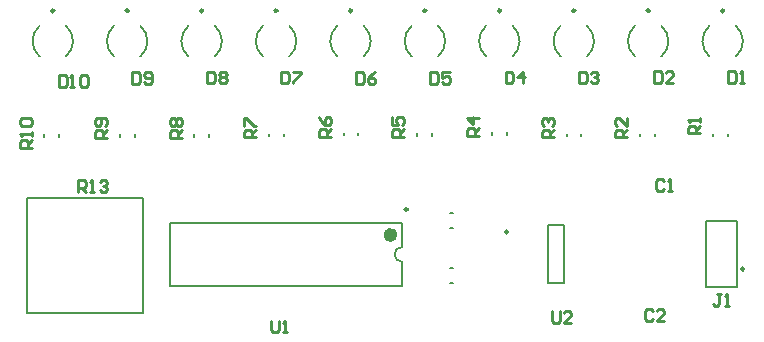
<source format=gbr>
G04*
G04 #@! TF.GenerationSoftware,Altium Limited,Altium Designer,24.1.2 (44)*
G04*
G04 Layer_Color=65535*
%FSLAX44Y44*%
%MOMM*%
G71*
G04*
G04 #@! TF.SameCoordinates,BD343A0D-4BD6-4D64-9A7B-49F0AB29FDDA*
G04*
G04*
G04 #@! TF.FilePolarity,Positive*
G04*
G01*
G75*
%ADD10C,0.2500*%
%ADD11C,0.2000*%
%ADD12C,0.6000*%
%ADD13C,0.2540*%
D10*
X637232Y64770D02*
G03*
X637232Y64770I-1250J0D01*
G01*
X620248Y283306D02*
G03*
X620248Y283306I-1250J0D01*
G01*
X557228D02*
G03*
X557228Y283306I-1250J0D01*
G01*
X494207D02*
G03*
X494207Y283306I-1250J0D01*
G01*
X431187D02*
G03*
X431187Y283306I-1250J0D01*
G01*
X368167D02*
G03*
X368167Y283306I-1250J0D01*
G01*
X352324Y115062D02*
G03*
X352324Y115062I-1250J0D01*
G01*
X437296Y96012D02*
G03*
X437296Y96012I-1250J0D01*
G01*
X305147Y283306D02*
G03*
X305147Y283306I-1250J0D01*
G01*
X242127D02*
G03*
X242127Y283306I-1250J0D01*
G01*
X179106D02*
G03*
X179106Y283306I-1250J0D01*
G01*
X116086D02*
G03*
X116086Y283306I-1250J0D01*
G01*
X53066D02*
G03*
X53066Y283306I-1250J0D01*
G01*
D11*
X607798Y270556D02*
G03*
X607798Y244556I11186J-13000D01*
G01*
X630198D02*
G03*
X630198Y270556I-11186J13000D01*
G01*
X544778D02*
G03*
X544778Y244556I11186J-13000D01*
G01*
X567178D02*
G03*
X567178Y270556I-11186J13000D01*
G01*
X481758D02*
G03*
X481758Y244556I11186J-13000D01*
G01*
X504157D02*
G03*
X504157Y270556I-11186J13000D01*
G01*
X418737D02*
G03*
X418737Y244556I11186J-13000D01*
G01*
X441137D02*
G03*
X441137Y270556I-11186J13000D01*
G01*
X355717D02*
G03*
X355717Y244556I11186J-13000D01*
G01*
X378117D02*
G03*
X378117Y270556I-11186J13000D01*
G01*
X347674Y83312D02*
G03*
X347674Y70612I0J-6350D01*
G01*
X292697Y270556D02*
G03*
X292697Y244556I11186J-13000D01*
G01*
X315097D02*
G03*
X315097Y270556I-11186J13000D01*
G01*
X229677D02*
G03*
X229677Y244556I11186J-13000D01*
G01*
X252077D02*
G03*
X252077Y270556I-11186J13000D01*
G01*
X166656D02*
G03*
X166656Y244556I11186J-13000D01*
G01*
X189056D02*
G03*
X189056Y270556I-11186J13000D01*
G01*
X103636D02*
G03*
X103636Y244556I11186J-13000D01*
G01*
X126036D02*
G03*
X126036Y270556I-11186J13000D01*
G01*
X40616D02*
G03*
X40616Y244556I11186J-13000D01*
G01*
X63016D02*
G03*
X63016Y270556I-11186J13000D01*
G01*
X604782Y49570D02*
X631182D01*
Y105370D01*
X604782D02*
X631182D01*
X604782Y49570D02*
Y105370D01*
X30094Y124996D02*
X127894D01*
Y27196D02*
Y124996D01*
X30094Y27196D02*
X127894D01*
X30094D02*
Y124996D01*
X623470Y177308D02*
Y179308D01*
X610970Y177308D02*
Y179308D01*
X561437Y177308D02*
Y179308D01*
X548938Y177308D02*
Y179308D01*
X499405Y177308D02*
Y179308D01*
X486905Y177308D02*
Y179308D01*
X436272Y178324D02*
Y180324D01*
X423772Y178324D02*
Y180324D01*
X388288Y65432D02*
X390288D01*
X388288Y52932D02*
X390288D01*
X372772Y177562D02*
Y179562D01*
X360272Y177562D02*
Y179562D01*
X388288Y112176D02*
X390288D01*
X388288Y99676D02*
X390288D01*
X150674Y50462D02*
Y103462D01*
X347674Y50462D02*
Y70612D01*
Y83312D02*
Y103462D01*
X150674Y50462D02*
X347674D01*
X150674Y103462D02*
X347674D01*
X471238Y52437D02*
Y101487D01*
Y52437D02*
X484818D01*
Y101487D01*
X471238D02*
X484818D01*
X310542Y178070D02*
Y180070D01*
X298042Y178070D02*
Y180070D01*
X247550Y177308D02*
Y179308D01*
X235050Y177308D02*
Y179308D01*
X184304Y176800D02*
Y178800D01*
X171804Y176800D02*
Y178800D01*
X121312Y176800D02*
Y178800D01*
X108812Y176800D02*
Y178800D01*
X57304Y176800D02*
Y178800D01*
X44804Y176800D02*
Y178800D01*
D12*
X340674Y93462D02*
G03*
X340674Y93462I-3000J0D01*
G01*
D13*
X617728Y43098D02*
X614396D01*
X616062D01*
Y34768D01*
X614396Y33102D01*
X612730D01*
X611063Y34768D01*
X621060Y33102D02*
X624393D01*
X622726D01*
Y43098D01*
X621060Y41432D01*
X474269Y29128D02*
Y20798D01*
X475936Y19132D01*
X479268D01*
X480934Y20798D01*
Y29128D01*
X490931Y19132D02*
X484266D01*
X490931Y25796D01*
Y27462D01*
X489264Y29128D01*
X485932D01*
X484266Y27462D01*
X236413Y21000D02*
Y12670D01*
X238080Y11004D01*
X241412D01*
X243078Y12670D01*
Y21000D01*
X246410Y11004D02*
X249743D01*
X248076D01*
Y21000D01*
X246410Y19334D01*
X73102Y130130D02*
Y140126D01*
X78100D01*
X79767Y138460D01*
Y135128D01*
X78100Y133462D01*
X73102D01*
X76434D02*
X79767Y130130D01*
X83099D02*
X86431D01*
X84765D01*
Y140126D01*
X83099Y138460D01*
X91430D02*
X93096Y140126D01*
X96428D01*
X98094Y138460D01*
Y136794D01*
X96428Y135128D01*
X94762D01*
X96428D01*
X98094Y133462D01*
Y131796D01*
X96428Y130130D01*
X93096D01*
X91430Y131796D01*
X33830Y167211D02*
X23833D01*
Y172209D01*
X25499Y173875D01*
X28831D01*
X30498Y172209D01*
Y167211D01*
Y170543D02*
X33830Y173875D01*
Y177207D02*
Y180540D01*
Y178874D01*
X23833D01*
X25499Y177207D01*
Y185538D02*
X23833Y187204D01*
Y190536D01*
X25499Y192202D01*
X32164D01*
X33830Y190536D01*
Y187204D01*
X32164Y185538D01*
X25499D01*
X97838Y175541D02*
X87841D01*
Y180540D01*
X89507Y182206D01*
X92839D01*
X94506Y180540D01*
Y175541D01*
Y178874D02*
X97838Y182206D01*
X96172Y185538D02*
X97838Y187204D01*
Y190536D01*
X96172Y192202D01*
X89507D01*
X87841Y190536D01*
Y187204D01*
X89507Y185538D01*
X91173D01*
X92839Y187204D01*
Y192202D01*
X160830Y175541D02*
X150833D01*
Y180540D01*
X152499Y182206D01*
X155831D01*
X157498Y180540D01*
Y175541D01*
Y178874D02*
X160830Y182206D01*
X152499Y185538D02*
X150833Y187204D01*
Y190536D01*
X152499Y192202D01*
X154165D01*
X155831Y190536D01*
X157498Y192202D01*
X159164D01*
X160830Y190536D01*
Y187204D01*
X159164Y185538D01*
X157498D01*
X155831Y187204D01*
X154165Y185538D01*
X152499D01*
X155831Y187204D02*
Y190536D01*
X224076Y176049D02*
X214079D01*
Y181048D01*
X215745Y182714D01*
X219077D01*
X220744Y181048D01*
Y176049D01*
Y179382D02*
X224076Y182714D01*
X214079Y186046D02*
Y192710D01*
X215745D01*
X222410Y186046D01*
X224076D01*
X287068Y176811D02*
X277071D01*
Y181810D01*
X278737Y183476D01*
X282069D01*
X283736Y181810D01*
Y176811D01*
Y180144D02*
X287068Y183476D01*
X277071Y193472D02*
X278737Y190140D01*
X282069Y186808D01*
X285402D01*
X287068Y188474D01*
Y191806D01*
X285402Y193472D01*
X283736D01*
X282069Y191806D01*
Y186808D01*
X349298Y176303D02*
X339301D01*
Y181302D01*
X340967Y182968D01*
X344299D01*
X345966Y181302D01*
Y176303D01*
Y179636D02*
X349298Y182968D01*
X339301Y192964D02*
Y186300D01*
X344299D01*
X342633Y189632D01*
Y191298D01*
X344299Y192964D01*
X347632D01*
X349298Y191298D01*
Y187966D01*
X347632Y186300D01*
X412798Y177065D02*
X402801D01*
Y182064D01*
X404467Y183730D01*
X407799D01*
X409466Y182064D01*
Y177065D01*
Y180397D02*
X412798Y183730D01*
Y192060D02*
X402801D01*
X407799Y187062D01*
Y193727D01*
X475931Y176049D02*
X465934D01*
Y181048D01*
X467600Y182714D01*
X470933D01*
X472599Y181048D01*
Y176049D01*
Y179382D02*
X475931Y182714D01*
X467600Y186046D02*
X465934Y187712D01*
Y191044D01*
X467600Y192710D01*
X469266D01*
X470933Y191044D01*
Y189378D01*
Y191044D01*
X472599Y192710D01*
X474265D01*
X475931Y191044D01*
Y187712D01*
X474265Y186046D01*
X537963Y176049D02*
X527967D01*
Y181048D01*
X529633Y182714D01*
X532965D01*
X534631Y181048D01*
Y176049D01*
Y179382D02*
X537963Y182714D01*
Y192710D02*
Y186046D01*
X531299Y192710D01*
X529633D01*
X527967Y191044D01*
Y187712D01*
X529633Y186046D01*
X599996Y179382D02*
X589999D01*
Y184380D01*
X591665Y186046D01*
X594997D01*
X596664Y184380D01*
Y179382D01*
Y182714D02*
X599996Y186046D01*
Y189378D02*
Y192710D01*
Y191044D01*
X589999D01*
X591665Y189378D01*
X56846Y229026D02*
Y219030D01*
X61844D01*
X63510Y220696D01*
Y227360D01*
X61844Y229026D01*
X56846D01*
X66843Y219030D02*
X70175D01*
X68509D01*
Y229026D01*
X66843Y227360D01*
X75174D02*
X76840Y229026D01*
X80172D01*
X81838Y227360D01*
Y220696D01*
X80172Y219030D01*
X76840D01*
X75174Y220696D01*
Y227360D01*
X119177Y231312D02*
Y221316D01*
X124176D01*
X125842Y222982D01*
Y229646D01*
X124176Y231312D01*
X119177D01*
X129174Y222982D02*
X130840Y221316D01*
X134172D01*
X135839Y222982D01*
Y229646D01*
X134172Y231312D01*
X130840D01*
X129174Y229646D01*
Y227980D01*
X130840Y226314D01*
X135839D01*
X182677Y231820D02*
Y221824D01*
X187676D01*
X189342Y223490D01*
Y230154D01*
X187676Y231820D01*
X182677D01*
X192674Y230154D02*
X194340Y231820D01*
X197673D01*
X199339Y230154D01*
Y228488D01*
X197673Y226822D01*
X199339Y225156D01*
Y223490D01*
X197673Y221824D01*
X194340D01*
X192674Y223490D01*
Y225156D01*
X194340Y226822D01*
X192674Y228488D01*
Y230154D01*
X194340Y226822D02*
X197673D01*
X245161Y231820D02*
Y221824D01*
X250160D01*
X251826Y223490D01*
Y230154D01*
X250160Y231820D01*
X245161D01*
X255158D02*
X261823D01*
Y230154D01*
X255158Y223490D01*
Y221824D01*
X308407Y231312D02*
Y221316D01*
X313406D01*
X315072Y222982D01*
Y229646D01*
X313406Y231312D01*
X308407D01*
X325069D02*
X321736Y229646D01*
X318404Y226314D01*
Y222982D01*
X320070Y221316D01*
X323402D01*
X325069Y222982D01*
Y224648D01*
X323402Y226314D01*
X318404D01*
X371145Y231312D02*
Y221316D01*
X376144D01*
X377810Y222982D01*
Y229646D01*
X376144Y231312D01*
X371145D01*
X387807D02*
X381142D01*
Y226314D01*
X384474Y227980D01*
X386141D01*
X387807Y226314D01*
Y222982D01*
X386141Y221316D01*
X382808D01*
X381142Y222982D01*
X435153Y231820D02*
Y221824D01*
X440152D01*
X441818Y223490D01*
Y230154D01*
X440152Y231820D01*
X435153D01*
X450149Y221824D02*
Y231820D01*
X445150Y226822D01*
X451815D01*
X497129Y231820D02*
Y221824D01*
X502128D01*
X503794Y223490D01*
Y230154D01*
X502128Y231820D01*
X497129D01*
X507126Y230154D02*
X508792Y231820D01*
X512124D01*
X513791Y230154D01*
Y228488D01*
X512124Y226822D01*
X510458D01*
X512124D01*
X513791Y225156D01*
Y223490D01*
X512124Y221824D01*
X508792D01*
X507126Y223490D01*
X560629Y232328D02*
Y222332D01*
X565628D01*
X567294Y223998D01*
Y230662D01*
X565628Y232328D01*
X560629D01*
X577291Y222332D02*
X570626D01*
X577291Y228996D01*
Y230662D01*
X575625Y232328D01*
X572292D01*
X570626Y230662D01*
X623509Y232328D02*
Y222332D01*
X628508D01*
X630174Y223998D01*
Y230662D01*
X628508Y232328D01*
X623509D01*
X633506Y222332D02*
X636838D01*
X635172D01*
Y232328D01*
X633506Y230662D01*
X559674Y28732D02*
X558008Y30398D01*
X554675D01*
X553009Y28732D01*
Y22068D01*
X554675Y20402D01*
X558008D01*
X559674Y22068D01*
X569671Y20402D02*
X563006D01*
X569671Y27066D01*
Y28732D01*
X568004Y30398D01*
X564672D01*
X563006Y28732D01*
X569468Y139222D02*
X567802Y140888D01*
X564470D01*
X562803Y139222D01*
Y132558D01*
X564470Y130892D01*
X567802D01*
X569468Y132558D01*
X572800Y130892D02*
X576133D01*
X574466D01*
Y140888D01*
X572800Y139222D01*
M02*

</source>
